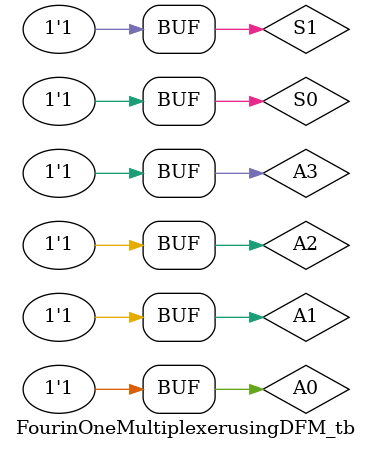
<source format=v>
module FourinOneMultiplexerusingDFM_tb;
  reg A0,A1,A2,A3,S0,S1;
  wire O;
  
 FourinOneMultiplexerusingDFM FourinOneMuxDFM(A0,A1,A2,A3,S0,S1,O);
  initial 
  begin
    A0=1'b0;
    A1=1'b0;
    A2=1'b0;
    A3=1'b0;
    S0=1'b0;
    S1=1'b0;
    #10;
    A0=1'b0;
    A1=1'b0;
    A2=1'b0;
    A3=1'b1;
    S0=1'b0;
    S1=1'b1;
    #10;
    A0=1'b0;
    A1=1'b0;
    A2=1'b1;
    A3=1'b0;
    S0=1'b1;
    S1=1'b0;
    #10;
    A0=1'b0;
    A1=1'b0;
    A2=1'b1;
    A3=1'b1;
    S0=1'b1;
    S1=1'b1;
    #10;
    A0=1'b0;
    A1=1'b1;
    A2=1'b0;
    A3=1'b0;
    S0=1'b0;
    S1=1'b0;
    #10; 
    A0=1'b0;
    A1=1'b1;
    A2=1'b0;
    A3=1'b1;
    S0=1'b0;
    S1=1'b1;
    #10; 
    A0=1'b0;
    A1=1'b1;
    A2=1'b1;
    A3=1'b0;
    S0=1'b1;
    S1=1'b0;
    #10;
    A0=1'b0;
    A1=1'b1;
    A2=1'b1;
    A3=1'b1;
    S0=1'b1;
    S1=1'b1;
    #10;
    A0=1'b1;
    A1=1'b0;
    A2=1'b0;
    A3=1'b0;
    S0=1'b0;
    S1=1'b0;
    #10;
    A0=1'b1;
    A1=1'b0;
    A2=1'b0;
    A3=1'b1;
    S0=1'b0;
    S1=1'b1;
    #10;
    A0=1'b1;
    A1=1'b0;
    A2=1'b1;
    A3=1'b0;
    S0=1'b1;
    S1=1'b0;
    #10;
    A0=1'b1;
    A1=1'b0;
    A2=1'b1;
    A3=1'b1;
    S0=1'b1;
    S1=1'b1;
    #10;
    A0=1'b1;
    A1=1'b1;
    A2=1'b0;
    A3=1'b0;
    S0=1'b0;
    S1=1'b0;
    #10;
    A0=1'b1;
    A1=1'b1;
    A2=1'b0;
    A3=1'b1;
    S0=1'b0;
    S1=1'b1;
    #10;
    A0=1'b1;
    A1=1'b1;
    A2=1'b1;
    A3=1'b0;
    S0=1'b1;
    S1=1'b0;
    #10;
    A0=1'b1;
    A1=1'b1;
    A2=1'b1;
    A3=1'b1;
    S0=1'b1;
    S1=1'b1;
    
    
  end
  
endmodule 




</source>
